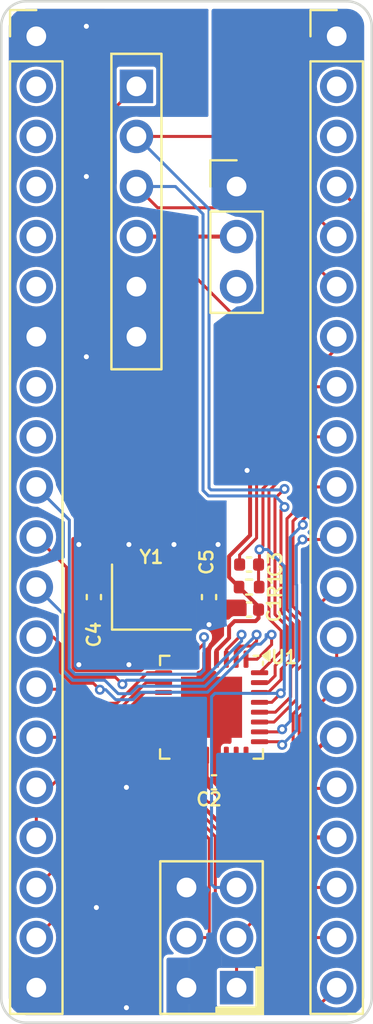
<source format=kicad_pcb>
(kicad_pcb (version 20240108) (generator "pcbnew") (generator_version "8.0")
  (layers (0 "F.Cu" signal) (31 "B.Cu" signal) (35 "F.Paste" user) (36 "B.SilkS" user "B.Silkscreen") (37 "F.SilkS" user "F.Silkscreen") (38 "B.Mask" user) (39 "F.Mask" user) (44 "Edge.Cuts" user))
  (net 0 "")
  (net 1 "GND")
  (net 2 "VCC")
  (net 3 "VSSA")
  (net 4 "OSC-")
  (net 5 "D7")
  (net 6 "D9")
  (net 7 "D10")
  (net 8 "D23")
  (net 9 "D5")
  (net 10 "D15")
  (net 11 "D24")
  (net 12 "OSC+")
  (net 13 "D6")
  (net 14 "D8")
  (net 15 "D16")
  (net 16 "VSS")
  (net 17 "D26")
  (net 18 "D25")
  (net 20 "RESET")
  (net 23 "MOSI")
  (net 24 "MISO")
  (net 25 "SCK")
  (net 26 "FTDI_TX")
  (net 27 "FTDI_RX")
  (net 28 "/FTDI_RESET")
  (net 29 "Net-(J4-Pin_4)")
  (net 31 "D17")
  (net 32 "D2")
  (net 33 "D19")
  (net 34 "D4")
  (net 35 "D14")
  (net 36 "D3")
  (net 37 "D18")
  (footprint "Capacitor_SMD:C_0402_1005Metric" (layer "F.Cu") (at 57.023 140.208 -90)
    (property "Reference" "C5" (at -1.778 0.129 90) (layer "F.SilkS") (effects (font (size 0.6604 0.6604) (thickness 0.127))))
    (property "Value" "22pf")
    (pad "1" smd roundrect (at -0.48 0 270) (size 0.56 0.62) (layers "F.Cu" "F.Paste" "F.Mask") (net 12 "OSC+"))
    (pad "2" smd roundrect (at 0.48 0 270) (size 0.56 0.62) (layers "F.Cu" "F.Paste" "F.Mask") (net 1 "GND"))
  )
  (footprint "Connector_PinHeader_2.54mm:PinHeader_1x20_P2.54mm_Vertical" (layer "F.Cu") (at 48.26 111.76)
    (property "Reference" "J1" (hide yes))
    (property "Value" "Conn_01x20_Pin")
    (pad "1" thru_hole rect (at 0 0) (size 1.7 1.7) (drill 1) (layers "*.Cu" "*.Mask") (net 1 "GND"))
    (pad "2" thru_hole oval (at 0 2.54) (size 1.7 1.7) (drill 1) (layers "*.Cu" "*.Mask"))
    (pad "3" thru_hole oval (at 0 5.08) (size 1.7 1.7) (drill 1) (layers "*.Cu" "*.Mask"))
    (pad "4" thru_hole oval (at 0 7.62) (size 1.7 1.7) (drill 1) (layers "*.Cu" "*.Mask"))
    (pad "5" thru_hole oval (at 0 10.16) (size 1.7 1.7) (drill 1) (layers "*.Cu" "*.Mask"))
    (pad "6" thru_hole oval (at 0 12.7) (size 1.7 1.7) (drill 1) (layers "*.Cu" "*.Mask"))
    (pad "7" thru_hole oval (at 0 15.24) (size 1.7 1.7) (drill 1) (layers "*.Cu" "*.Mask") (net 1 "GND"))
    (pad "8" thru_hole oval (at 0 17.78) (size 1.7 1.7) (drill 1) (layers "*.Cu" "*.Mask"))
    (pad "9" thru_hole oval (at 0 20.32) (size 1.7 1.7) (drill 1) (layers "*.Cu" "*.Mask"))
    (pad "10" thru_hole oval (at 0 22.86) (size 1.7 1.7) (drill 1) (layers "*.Cu" "*.Mask") (net 11 "D24"))
    (pad "11" thru_hole oval (at 0 25.4) (size 1.7 1.7) (drill 1) (layers "*.Cu" "*.Mask") (net 8 "D23"))
    (pad "12" thru_hole oval (at 0 27.94) (size 1.7 1.7) (drill 1) (layers "*.Cu" "*.Mask") (net 34 "D4"))
    (pad "13" thru_hole oval (at 0 30.48) (size 1.7 1.7) (drill 1) (layers "*.Cu" "*.Mask") (net 36 "D3"))
    (pad "14" thru_hole oval (at 0 33.02) (size 1.7 1.7) (drill 1) (layers "*.Cu" "*.Mask") (net 9 "D5"))
    (pad "15" thru_hole oval (at 0 35.56) (size 1.7 1.7) (drill 1) (layers "*.Cu" "*.Mask") (net 13 "D6"))
    (pad "16" thru_hole oval (at 0 38.1) (size 1.7 1.7) (drill 1) (layers "*.Cu" "*.Mask") (net 5 "D7"))
    (pad "17" thru_hole oval (at 0 40.64) (size 1.7 1.7) (drill 1) (layers "*.Cu" "*.Mask") (net 14 "D8"))
    (pad "18" thru_hole oval (at 0 43.18) (size 1.7 1.7) (drill 1) (layers "*.Cu" "*.Mask") (net 6 "D9"))
    (pad "19" thru_hole oval (at 0 45.72) (size 1.7 1.7) (drill 1) (layers "*.Cu" "*.Mask") (net 7 "D10"))
    (pad "20" thru_hole oval (at 0 48.26) (size 1.7 1.7) (drill 1) (layers "*.Cu" "*.Mask") (net 1 "GND"))
  )
  (footprint "Connector_PinHeader_2.54mm:PinHeader_1x03_P2.54mm_Vertical" (layer "F.Cu") (at 58.42 119.38)
    (property "Reference" "J5" (hide yes))
    (property "Value" "Conn_01x03_Pin")
    (pad "1" thru_hole rect (at 0 0) (size 1.7 1.7) (drill 1) (layers "*.Cu" "*.Mask") (net 2 "VCC"))
    (pad "2" thru_hole oval (at 0 2.54) (size 1.7 1.7) (drill 1) (layers "*.Cu" "*.Mask") (net 29 "Net-(J4-Pin_4)"))
    (pad "3" thru_hole oval (at 0 5.08) (size 1.7 1.7) (drill 1) (layers "*.Cu" "*.Mask"))
  )
  (footprint "Capacitor_SMD:C_0402_1005Metric" (layer "F.Cu") (at 51.181 140.208 90)
    (property "Reference" "C4" (at -1.905 0 270) (layer "F.SilkS") (effects (font (size 0.6604 0.6604) (thickness 0.127))))
    (property "Value" "22pf")
    (pad "1" smd roundrect (at -0.48 0 90) (size 0.56 0.62) (layers "F.Cu" "F.Paste" "F.Mask") (net 4 "OSC-"))
    (pad "2" smd roundrect (at 0.48 0 90) (size 0.56 0.62) (layers "F.Cu" "F.Paste" "F.Mask") (net 1 "GND"))
  )
  (footprint "Capacitor_SMD:C_0402_1005Metric" (layer "F.Cu") (at 59.055 140.843 180)
    (property "Reference" "C1" (at -1.27 0 270) (layer "F.SilkS") (effects (font (size 0.6604 0.6604) (thickness 0.127))))
    (property "Value" "100nF")
    (pad "1" smd roundrect (at -0.48 0 180) (size 0.56 0.62) (layers "F.Cu" "F.Paste" "F.Mask") (net 2 "VCC"))
    (pad "2" smd roundrect (at 0.48 0 180) (size 0.56 0.62) (layers "F.Cu" "F.Paste" "F.Mask") (net 1 "GND"))
  )
  (footprint "Crystal:Crystal_SMD_3225-4Pin_3.2x2.5mm" (layer "F.Cu") (at 54.102 140.208)
    (property "Reference" "Y1" (at 0 -2.032 360) (layer "F.SilkS") (effects (font (size 0.6604 0.6604) (thickness 0.127) (bold yes))))
    (property "Value" "16MHZ")
    (pad "1" smd rect (at -1.1 0.85) (size 1.4 1.2) (layers "F.Cu" "F.Paste" "F.Mask") (net 4 "OSC-"))
    (pad "2" smd rect (at 1.1 0.85) (size 1.4 1.2) (layers "F.Cu" "F.Paste" "F.Mask") (net 1 "GND"))
    (pad "3" smd rect (at 1.1 -0.85) (size 1.4 1.2) (layers "F.Cu" "F.Paste" "F.Mask") (net 12 "OSC+"))
    (pad "4" smd rect (at -1.1 -0.85) (size 1.4 1.2) (layers "F.Cu" "F.Paste" "F.Mask") (net 1 "GND"))
  )
  (footprint "Package_DFN_QFN:QFN-32-1EP_5x5mm_P0.5mm_EP3.1x3.1mm" (layer "F.Cu") (at 57.15 145.796 -90)
    (property "Reference" "U1" (at -2.54 -3.683 180) (layer "F.SilkS") (effects (font (size 0.6604 0.6604) (thickness 0.127))))
    (property "Value" "ATmega328PB-M" (hide yes))
    (pad "1" smd roundrect (at -2.4375 -1.75 270) (size 0.875 0.25) (layers "F.Cu" "F.Paste" "F.Mask") (net 36 "D3"))
    (pad "2" smd roundrect (at -2.4375 -1.25 270) (size 0.875 0.25) (layers "F.Cu" "F.Paste" "F.Mask") (net 34 "D4"))
    (pad "3" smd roundrect (at -2.4375 -0.75 270) (size 0.875 0.25) (layers "F.Cu" "F.Paste" "F.Mask") (net 8 "D23"))
    (pad "4" smd roundrect (at -2.4375 -0.25 270) (size 0.875 0.25) (layers "F.Cu" "F.Paste" "F.Mask") (net 2 "VCC"))
    (pad "5" smd roundrect (at -2.4375 0.25 270) (size 0.875 0.25) (layers "F.Cu" "F.Paste" "F.Mask") (net 1 "GND"))
    (pad "6" smd roundrect (at -2.4375 0.75 270) (size 0.875 0.25) (layers "F.Cu" "F.Paste" "F.Mask") (net 11 "D24"))
    (pad "7" smd roundrect (at -2.4375 1.25 270) (size 0.875 0.25) (layers "F.Cu" "F.Paste" "F.Mask") (net 12 "OSC+"))
    (pad "8" smd roundrect (at -2.4375 1.75 270) (size 0.875 0.25) (layers "F.Cu" "F.Paste" "F.Mask") (net 4 "OSC-"))
    (pad "9" smd roundrect (at -1.75 2.4375 270) (size 0.25 0.875) (layers "F.Cu" "F.Paste" "F.Mask") (net 9 "D5"))
    (pad "10" smd roundrect (at -1.25 2.4375 270) (size 0.25 0.875) (layers "F.Cu" "F.Paste" "F.Mask") (net 13 "D6"))
    (pad "11" smd roundrect (at -0.75 2.4375 270) (size 0.25 0.875) (layers "F.Cu" "F.Paste" "F.Mask") (net 5 "D7"))
    (pad "12" smd roundrect (at -0.25 2.4375 270) (size 0.25 0.875) (layers "F.Cu" "F.Paste" "F.Mask") (net 14 "D8"))
    (pad "13" smd roundrect (at 0.25 2.4375 270) (size 0.25 0.875) (layers "F.Cu" "F.Paste" "F.Mask") (net 6 "D9"))
    (pad "14" smd roundrect (at 0.75 2.4375 270) (size 0.25 0.875) (layers "F.Cu" "F.Paste" "F.Mask") (net 7 "D10"))
    (pad "15" smd roundrect (at 1.25 2.4375 270) (size 0.25 0.875) (layers "F.Cu" "F.Paste" "F.Mask") (net 23 "MOSI"))
    (pad "16" smd roundrect (at 1.75 2.4375 270) (size 0.25 0.875) (layers "F.Cu" "F.Paste" "F.Mask") (net 24 "MISO"))
    (pad "17" smd roundrect (at 2.4375 1.75 270) (size 0.875 0.25) (layers "F.Cu" "F.Paste" "F.Mask") (net 25 "SCK"))
    (pad "18" smd roundrect (at 2.4375 1.25 270) (size 0.875 0.25) (layers "F.Cu" "F.Paste" "F.Mask") (net 16 "VSS"))
    (pad "19" smd roundrect (at 2.4375 0.75 270) (size 0.875 0.25) (layers "F.Cu" "F.Paste" "F.Mask") (net 18 "D25"))
    (pad "20" smd roundrect (at 2.4375 0.25 270) (size 0.875 0.25) (layers "F.Cu" "F.Paste" "F.Mask") (net 3 "VSSA"))
    (pad "21" smd roundrect (at 2.4375 -0.25 270) (size 0.875 0.25) (layers "F.Cu" "F.Paste" "F.Mask") (net 1 "GND"))
    (pad "22" smd roundrect (at 2.4375 -0.75 270) (size 0.875 0.25) (layers "F.Cu" "F.Paste" "F.Mask") (net 17 "D26"))
    (pad "23" smd roundrect (at 2.4375 -1.25 270) (size 0.875 0.25) (layers "F.Cu" "F.Paste" "F.Mask") (net 35 "D14"))
    (pad "24" smd roundrect (at 2.4375 -1.75 270) (size 0.875 0.25) (layers "F.Cu" "F.Paste" "F.Mask") (net 10 "D15"))
    (pad "25" smd roundrect (at 1.75 -2.4375 270) (size 0.25 0.875) (layers "F.Cu" "F.Paste" "F.Mask") (net 15 "D16"))
    (pad "26" smd roundrect (at 1.25 -2.4375 270) (size 0.25 0.875) (layers "F.Cu" "F.Paste" "F.Mask") (net 31 "D17"))
    (pad "27" smd roundrect (at 0.75 -2.4375 270) (size 0.25 0.875) (layers "F.Cu" "F.Paste" "F.Mask") (net 37 "D18"))
    (pad "28" smd roundrect (at 0.25 -2.4375 270) (size 0.25 0.875) (layers "F.Cu" "F.Paste" "F.Mask") (net 33 "D19"))
    (pad "29" smd roundrect (at -0.25 -2.4375 270) (size 0.25 0.875) (layers "F.Cu" "F.Paste" "F.Mask") (net 20 "RESET"))
    (pad "30" smd roundrect (at -0.75 -2.4375 270) (size 0.25 0.875) (layers "F.Cu" "F.Paste" "F.Mask") (net 27 "FTDI_RX"))
    (pad "31" smd roundrect (at -1.25 -2.4375 270) (size 0.25 0.875) (layers "F.Cu" "F.Paste" "F.Mask") (net 26 "FTDI_TX"))
    (pad "32" smd roundrect (at -1.75 -2.4375 270) (size 0.25 0.875) (layers "F.Cu" "F.Paste" "F.Mask") (net 32 "D2"))
    (pad "33" smd rect (at 0 0 270) (size 3.1 3.1) (property pad_prop_heatsink) (layers "F.Cu" "F.Mask") (net 1 "GND"))
  )
  (footprint "Connector_PinHeader_2.54mm:PinHeader_1x20_P2.54mm_Vertical" (layer "F.Cu") (at 63.5 111.76)
    (property "Reference" "J2" (hide yes))
    (property "Value" "Conn_01x20_Pin")
    (pad "1" thru_hole rect (at 0 0) (size 1.7 1.7) (drill 1) (layers "*.Cu" "*.Mask") (net 2 "VCC"))
    (pad "2" thru_hole oval (at 0 2.54) (size 1.7 1.7) (drill 1) (layers "*.Cu" "*.Mask"))
    (pad "3" thru_hole oval (at 0 5.08) (size 1.7 1.7) (drill 1) (layers "*.Cu" "*.Mask"))
    (pad "4" thru_hole oval (at 0 7.62) (size 1.7 1.7) (drill 1) (layers "*.Cu" "*.Mask") (net 32 "D2"))
    (pad "5" thru_hole oval (at 0 10.16) (size 1.7 1.7) (drill 1) (layers "*.Cu" "*.Mask") (net 26 "FTDI_TX"))
    (pad "6" thru_hole oval (at 0 12.7) (size 1.7 1.7) (drill 1) (layers "*.Cu" "*.Mask") (net 27 "FTDI_RX"))
    (pad "7" thru_hole oval (at 0 15.24) (size 1.7 1.7) (drill 1) (layers "*.Cu" "*.Mask") (net 20 "RESET"))
    (pad "8" thru_hole oval (at 0 17.78) (size 1.7 1.7) (drill 1) (layers "*.Cu" "*.Mask") (net 33 "D19"))
    (pad "9" thru_hole oval (at 0 20.32) (size 1.7 1.7) (drill 1) (layers "*.Cu" "*.Mask") (net 37 "D18"))
    (pad "10" thru_hole oval (at 0 22.86) (size 1.7 1.7) (drill 1) (layers "*.Cu" "*.Mask") (net 31 "D17"))
    (pad "11" thru_hole oval (at 0 25.4) (size 1.7 1.7) (drill 1) (layers "*.Cu" "*.Mask") (net 15 "D16"))
    (pad "12" thru_hole oval (at 0 27.94) (size 1.7 1.7) (drill 1) (layers "*.Cu" "*.Mask") (net 10 "D15"))
    (pad "13" thru_hole oval (at 0 30.48) (size 1.7 1.7) (drill 1) (layers "*.Cu" "*.Mask") (net 35 "D14"))
    (pad "14" thru_hole oval (at 0 33.02) (size 1.7 1.7) (drill 1) (layers "*.Cu" "*.Mask") (net 17 "D26"))
    (pad "15" thru_hole oval (at 0 35.56) (size 1.7 1.7) (drill 1) (layers "*.Cu" "*.Mask") (net 3 "VSSA"))
    (pad "16" thru_hole oval (at 0 38.1) (size 1.7 1.7) (drill 1) (layers "*.Cu" "*.Mask") (net 18 "D25"))
    (pad "17" thru_hole oval (at 0 40.64) (size 1.7 1.7) (drill 1) (layers "*.Cu" "*.Mask") (net 16 "VSS"))
    (pad "18" thru_hole oval (at 0 43.18) (size 1.7 1.7) (drill 1) (layers "*.Cu" "*.Mask") (net 25 "SCK"))
    (pad "19" thru_hole oval (at 0 45.72) (size 1.7 1.7) (drill 1) (layers "*.Cu" "*.Mask") (net 24 "MISO"))
    (pad "20" thru_hole oval (at 0 48.26) (size 1.7 1.7) (drill 1) (layers "*.Cu" "*.Mask") (net 23 "MOSI"))
  )
  (footprint "Capacitor_SMD:C_0402_1005Metric" (layer "F.Cu") (at 59.055 138.557 180)
    (property "Reference" "C3" (at -1.3208 0 90) (layer "F.SilkS") (effects (font (size 0.6604 0.6604) (thickness 0.127))))
    (property "Value" "100nF")
    (pad "1" smd roundrect (at -0.48 0 180) (size 0.56 0.62) (layers "F.Cu" "F.Paste" "F.Mask") (net 20 "RESET"))
    (pad "2" smd roundrect (at 0.48 0 180) (size 0.56 0.62) (layers "F.Cu" "F.Paste" "F.Mask") (net 28 "/FTDI_RESET"))
  )
  (footprint "jsdev:PinSocket_1x06_P2.54mm_Vertical_Box" (layer "F.Cu") (at 53.34 114.3)
    (property "Reference" "J4" (hide yes))
    (property "Value" "Socket 1x6 0.1\"")
    (pad "1" thru_hole rect (at 0 0) (size 1.7 1.7) (drill 1) (layers "*.Cu" "*.Mask") (net 28 "/FTDI_RESET"))
    (pad "2" thru_hole oval (at 0 2.54) (size 1.7 1.7) (drill 1) (layers "*.Cu" "*.Mask") (net 26 "FTDI_TX"))
    (pad "3" thru_hole oval (at 0 5.08) (size 1.7 1.7) (drill 1) (layers "*.Cu" "*.Mask") (net 27 "FTDI_RX"))
    (pad "4" thru_hole oval (at 0 7.62) (size 1.7 1.7) (drill 1) (layers "*.Cu" "*.Mask") (net 29 "Net-(J4-Pin_4)"))
    (pad "5" thru_hole oval (at 0 10.16) (size 1.7 1.7) (drill 1) (layers "*.Cu" "*.Mask") (net 1 "GND"))
    (pad "6" thru_hole oval (at 0 12.7) (size 1.7 1.7) (drill 1) (layers "*.Cu" "*.Mask") (net 1 "GND"))
  )
  (footprint "jsdev:PinHeader_ISP_POGO" (layer "F.Cu") (at 58.42 160.02 180)
    (property "Reference" "J3" (hide yes))
    (property "Value" "AVRISP-6" (hide yes))
    (pad "1" thru_hole rect (at 0 0 180) (size 1.7 1.7) (drill 1) (layers "*.Cu" "*.Mask") (net 24 "MISO"))
    (pad "2" thru_hole oval (at 2.54 0 180) (size 1.7 1.7) (drill 1) (layers "*.Cu" "*.Mask") (net 2 "VCC"))
    (pad "3" thru_hole oval (at 0 2.54 180) (size 1.7 1.7) (drill 1) (layers "*.Cu" "*.Mask") (net 25 "SCK"))
    (pad "4" thru_hole oval (at 2.54 2.54 180) (size 1.7 1.7) (drill 1) (layers "*.Cu" "*.Mask") (net 23 "MOSI"))
    (pad "5" thru_hole oval (at 0 5.08 180) (size 1.7 1.7) (drill 1) (layers "*.Cu" "*.Mask") (net 20 "RESET"))
    (pad "6" thru_hole oval (at 2.54 5.08 180) (size 1.7 1.7) (drill 1) (layers "*.Cu" "*.Mask") (net 1 "GND"))
  )
  (footprint "Capacitor_SMD:C_0402_1005Metric" (layer "F.Cu") (at 57.275 149.606)
    (property "Reference" "C2" (at -0.252 0.8636 360) (layer "F.SilkS") (effects (font (size 0.6604 0.6604) (thickness 0.127))))
    (property "Value" "100nF")
    (pad "1" smd roundrect (at -0.48 0) (size 0.56 0.62) (layers "F.Cu" "F.Paste" "F.Mask") (net 3 "VSSA"))
    (pad "2" smd roundrect (at 0.48 0) (size 0.56 0.62) (layers "F.Cu" "F.Paste" "F.Mask") (net 1 "GND"))
  )
  (footprint "Resistor_SMD:R_0402_1005Metric" (layer "F.Cu") (at 59.055 139.7)
    (property "Reference" "R1" (at 1.3208 -0.0762 -90) (layer "F.SilkS") (effects (font (size 0.6604 0.6604) (thickness 0.127))))
    (property "Value" "10K")
    (pad "1" smd roundrect (at -0.51 0) (size 0.54 0.64) (layers "F.Cu" "F.Paste" "F.Mask") (net 2 "VCC"))
    (pad "2" smd roundrect (at 0.51 0) (size 0.54 0.64) (layers "F.Cu" "F.Paste" "F.Mask") (net 20 "RESET"))
  )
  (gr_arc (start 46.482 111.252) (mid 46.853974 110.353974) (end 47.752 109.982) (stroke (width 0.127)) (layer "Edge.Cuts"))
  (gr_arc (start 47.752 161.798) (mid 46.853974 161.426026) (end 46.482 160.528) (stroke (width 0.127)) (layer "Edge.Cuts"))
  (gr_line (start 46.482 160.528) (end 46.482 111.252) (stroke (width 0.127)) (layer "Edge.Cuts"))
  (gr_line (start 64.008 161.798) (end 47.752 161.798) (stroke (width 0.127)) (layer "Edge.Cuts"))
  (gr_line (start 65.278 111.252) (end 65.278 160.528) (stroke (width 0.127)) (layer "Edge.Cuts"))
  (gr_arc (start 64.008 109.982) (mid 64.906026 110.353974) (end 65.278 111.252) (stroke (width 0.127)) (layer "Edge.Cuts"))
  (gr_arc (start 65.278 160.528) (mid 64.906026 161.426026) (end 64.008 161.798) (stroke (width 0.127)) (layer "Edge.Cuts"))
  (gr_line (start 47.752 109.982) (end 64.008 109.982) (stroke (width 0.127)) (layer "Edge.Cuts"))
  (segment (start 57.277 141.859) (end 57.023 141.605) (width 0.2032) (layer "F.Cu") (net 1))
  (segment (start 57.277 142.528616) (end 57.277 141.859) (width 0.2032) (layer "F.Cu") (net 1))
  (segment (start 56.9 143.3585) (end 56.9 142.905616) (width 0.2032) (layer "F.Cu") (net 1))
  (segment (start 57.15 145.796) (end 57.4 146.046) (width 0.2032) (layer "F.Cu") (net 1))
  (segment (start 52.959 137.668) (end 52.959 137.541) (width 0.2032) (layer "F.Cu") (net 1))
  (segment (start 56.9 143.3585) (end 56.9 145.546) (width 0.2032) (layer "F.Cu") (net 1))
  (segment (start 56.9 145.546) (end 57.15 145.796) (width 0.2032) (layer "F.Cu") (net 1))
  (segment (start 57.4 146.046) (end 57.4 148.2335) (width 0.2032) (layer "F.Cu") (net 1))
  (segment (start 56.9 142.905616) (end 57.277 142.528616) (width 0.2032) (layer "F.Cu") (net 1))
  (via (at 50.419 137.541) (size 0.508) (drill 0.254) (layers "F.Cu" "B.Cu") (net 1))
  (via (at 50.8 128.016) (size 0.508) (drill 0.254) (layers "F.Cu" "B.Cu") (net 1))
  (via (at 55.245 137.541) (size 0.508) (drill 0.254) (layers "F.Cu" "B.Cu") (net 1))
  (via (at 52.832 161.036) (size 0.508) (drill 0.254) (layers "F.Cu" "B.Cu") (net 1))
  (via (at 50.8 111.252) (size 0.508) (drill 0.254) (layers "F.Cu" "B.Cu") (net 1))
  (via (at 50.419 143.637) (size 0.508) (drill 0.254) (layers "F.Cu" "B.Cu") (net 1))
  (via (at 50.8 118.872) (size 0.508) (drill 0.254) (layers "F.Cu" "B.Cu") (net 1))
  (via (at 57.023 141.605) (size 0.508) (drill 0.254) (layers "F.Cu" "B.Cu") (net 1))
  (via (at 51.308 155.956) (size 0.508) (drill 0.254) (layers "F.Cu" "B.Cu") (net 1))
  (via (at 52.959 137.541) (size 0.508) (drill 0.254) (layers "F.Cu" "B.Cu") (net 1))
  (via (at 57.4802 137.541) (size 0.508) (drill 0.254) (layers "F.Cu" "B.Cu") (net 1))
  (via (at 52.959 143.637) (size 0.508) (drill 0.254) (layers "F.Cu" "B.Cu") (net 1))
  (via (at 52.832 149.86) (size 0.508) (drill 0.254) (layers "F.Cu" "B.Cu") (net 1))
  (segment (start 57.4 142.920026) (end 58.039 142.281026) (width 0.2032) (layer "F.Cu") (net 2))
  (segment (start 59.535 141.2774) (end 59.535 140.843) (width 0.2032) (layer "F.Cu") (net 2))
  (segment (start 58.3184 141.4272) (end 59.3852 141.4272) (width 0.2032) (layer "F.Cu") (net 2))
  (segment (start 59.1058 137.074026) (end 58.039 138.140826) (width 0.2032) (layer "F.Cu") (net 2))
  (segment (start 59.3852 141.4272) (end 59.535 141.2774) (width 0.2032) (layer "F.Cu") (net 2))
  (segment (start 59.535 140.69) (end 58.545 139.7) (width 0.2032) (layer "F.Cu") (net 2))
  (segment (start 58.039 141.7066) (end 58.3184 141.4272) (width 0.2032) (layer "F.Cu") (net 2))
  (segment (start 57.4 143.3585) (end 57.4 142.920026) (width 0.2032) (layer "F.Cu") (net 2))
  (segment (start 59.1058 133.9342) (end 59.1058 137.074026) (width 0.2032) (layer "F.Cu") (net 2))
  (segment (start 58.9534 133.7818) (end 59.1058 133.9342) (width 0.2032) (layer "F.Cu") (net 2))
  (segment (start 59.535 140.843) (end 59.535 140.69) (width 0.2032) (layer "F.Cu") (net 2))
  (segment (start 58.039 142.281026) (end 58.039 141.7066) (width 0.2032) (layer "F.Cu") (net 2))
  (segment (start 58.039 139.194) (end 58.545 139.7) (width 0.2032) (layer "F.Cu") (net 2))
  (segment (start 58.039 138.140826) (end 58.039 139.194) (width 0.2032) (layer "F.Cu") (net 2))
  (via (at 58.9534 133.7818) (size 0.508) (drill 0.254) (layers "F.Cu" "B.Cu") (net 2))
  (segment (start 56.9 149.501) (end 56.795 149.606) (width 0.2032) (layer "F.Cu") (net 3))
  (segment (start 58.7502 149.5806) (end 60.866678 149.5806) (width 0.2032) (layer "F.Cu") (net 3))
  (segment (start 56.9 148.2335) (end 56.9 149.501) (width 0.2032) (layer "F.Cu") (net 3))
  (segment (start 56.795 149.606) (end 57.4808 150.2918) (width 0.2032) (layer "F.Cu") (net 3))
  (segment (start 58.039 150.2918) (end 58.7502 149.5806) (width 0.2032) (layer "F.Cu") (net 3))
  (segment (start 60.866678 149.5806) (end 63.127278 147.32) (width 0.2032) (layer "F.Cu") (net 3))
  (segment (start 57.4808 150.2918) (end 58.039 150.2918) (width 0.2032) (layer "F.Cu") (net 3))
  (segment (start 63.127278 147.32) (end 63.5 147.32) (width 0.2032) (layer "F.Cu") (net 3))
  (segment (start 55.2958 142.4178) (end 53.1114 142.4178) (width 0.2032) (layer "F.Cu") (net 4))
  (segment (start 55.4 142.522) (end 55.2958 142.4178) (width 0.2032) (layer "F.Cu") (net 4))
  (segment (start 53.1114 142.4178) (end 53.002 142.3084) (width 0.2032) (layer "F.Cu") (net 4))
  (segment (start 53.002 141.058) (end 51.551 141.058) (width 0.2032) (layer "F.Cu") (net 4))
  (segment (start 55.4 143.3585) (end 55.4 142.522) (width 0.2032) (layer "F.Cu") (net 4))
  (segment (start 51.551 141.058) (end 51.181 140.688) (width 0.2032) (layer "F.Cu") (net 4))
  (segment (start 53.002 142.3084) (end 53.002 141.058) (width 0.2032) (layer "F.Cu") (net 4))
  (segment (start 53.758304 145.046) (end 54.7125 145.046) (width 0.1524) (layer "F.Cu") (net 5))
  (segment (start 48.944304 149.86) (end 53.758304 145.046) (width 0.1524) (layer "F.Cu") (net 5))
  (segment (start 48.26 149.86) (end 48.944304 149.86) (width 0.1524) (layer "F.Cu") (net 5))
  (segment (start 53.620408 146.046) (end 49.6434 150.023008) (width 0.1524) (layer "F.Cu") (net 6))
  (segment (start 49.3386 150.737823) (end 49.3386 153.8614) (width 0.1524) (layer "F.Cu") (net 6))
  (segment (start 49.6434 150.433023) (end 49.3386 150.737823) (width 0.1524) (layer "F.Cu") (net 6))
  (segment (start 49.6434 150.023008) (end 49.6434 150.433023) (width 0.1524) (layer "F.Cu") (net 6))
  (segment (start 54.7125 146.046) (end 53.620408 146.046) (width 0.1524) (layer "F.Cu") (net 6))
  (segment (start 49.3386 153.8614) (end 48.26 154.94) (width 0.1524) (layer "F.Cu") (net 6))
  (segment (start 49.9482 150.14926) (end 53.55146 146.546) (width 0.1524) (layer "F.Cu") (net 7))
  (segment (start 49.6434 156.0966) (end 49.6434 150.864075) (width 0.1524) (layer "F.Cu") (net 7))
  (segment (start 53.55146 146.546) (end 54.7125 146.546) (width 0.1524) (layer "F.Cu") (net 7))
  (segment (start 49.9482 150.559275) (end 49.9482 150.14926) (width 0.1524) (layer "F.Cu") (net 7))
  (segment (start 49.6434 150.864075) (end 49.9482 150.559275) (width 0.1524) (layer "F.Cu") (net 7))
  (segment (start 48.26 157.48) (end 49.6434 156.0966) (width 0.1524) (layer "F.Cu") (net 7))
  (segment (start 52.2732 144.272) (end 50.165 144.272) (width 0.1524) (layer "F.Cu") (net 8))
  (segment (start 57.9 142.887) (end 58.674 142.113) (width 0.1524) (layer "F.Cu") (net 8))
  (segment (start 52.6288 144.6276) (end 52.2732 144.272) (width 0.1524) (layer "F.Cu") (net 8))
  (segment (start 50.165 144.272) (end 49.784 143.891) (width 0.1524) (layer "F.Cu") (net 8))
  (segment (start 49.784 138.684) (end 48.26 137.16) (width 0.1524) (layer "F.Cu") (net 8))
  (segment (start 49.784 143.891) (end 49.784 138.684) (width 0.1524) (layer "F.Cu") (net 8))
  (segment (start 57.9 143.3585) (end 57.9 142.887) (width 0.1524) (layer "F.Cu") (net 8))
  (via (at 52.6288 144.6276) (size 0.508) (drill 0.254) (layers "F.Cu" "B.Cu") (net 8))
  (via (at 58.674 142.113) (size 0.508) (drill 0.254) (layers "F.Cu" "B.Cu") (net 8))
  (segment (start 58.674 142.443948) (end 58.674 142.113) (width 0.1524) (layer "B.Cu") (net 8))
  (segment (start 52.6288 144.6276) (end 52.832 144.4244) (width 0.1524) (layer "B.Cu") (net 8))
  (segment (start 52.832 144.4244) (end 56.693548 144.4244) (width 0.1524) (layer "B.Cu") (net 8))
  (segment (start 56.693548 144.4244) (end 58.674 142.443948) (width 0.1524) (layer "B.Cu") (net 8))
  (segment (start 54.7125 144.046) (end 53.8962 144.046) (width 0.1524) (layer "F.Cu") (net 9))
  (segment (start 51.2318 145.5928) (end 50.5206 144.8816) (width 0.1524) (layer "F.Cu") (net 9))
  (segment (start 50.5206 144.8816) (end 48.3616 144.8816) (width 0.1524) (layer "F.Cu") (net 9))
  (segment (start 48.3616 144.8816) (end 48.26 144.78) (width 0.1524) (layer "F.Cu") (net 9))
  (segment (start 52.3494 145.5928) (end 51.2318 145.5928) (width 0.1524) (layer "F.Cu") (net 9))
  (segment (start 53.8962 144.046) (end 52.3494 145.5928) (width 0.1524) (layer "F.Cu") (net 9))
  (segment (start 58.9 148.2335) (end 60.8847 148.2335) (width 0.1524) (layer "F.Cu") (net 10))
  (segment (start 61.2902 146.127696) (end 62.1166 145.301296) (width 0.1524) (layer "F.Cu") (net 10))
  (segment (start 60.8847 148.2335) (end 61.2902 147.828) (width 0.1524) (layer "F.Cu") (net 10))
  (segment (start 62.1166 145.301296) (end 62.1166 144.206977) (width 0.1524) (layer "F.Cu") (net 10))
  (segment (start 62.4078 140.7922) (end 63.5 139.7) (width 0.1524) (layer "F.Cu") (net 10))
  (segment (start 61.2902 147.828) (end 61.2902 146.127696) (width 0.1524) (layer "F.Cu") (net 10))
  (segment (start 62.4078 143.915777) (end 62.4078 140.7922) (width 0.1524) (layer "F.Cu") (net 10))
  (segment (start 62.1166 144.206977) (end 62.4078 143.915777) (width 0.1524) (layer "F.Cu") (net 10))
  (segment (start 56.4 142.938644) (end 56.769 142.569643) (width 0.1524) (layer "F.Cu") (net 11))
  (segment (start 56.4 143.3585) (end 56.4 142.938644) (width 0.1524) (layer "F.Cu") (net 11))
  (segment (start 56.769 142.569643) (end 56.769 142.24) (width 0.1524) (layer "F.Cu") (net 11))
  (via (at 56.769 142.24) (size 0.508) (drill 0.254) (layers "F.Cu" "B.Cu") (net 11))
  (segment (start 56.769 142.24) (end 56.769 143.917896) (width 0.1524) (layer "B.Cu") (net 11))
  (segment (start 50.2191 144.1196) (end 49.9364 143.8369) (width 0.1524) (layer "B.Cu") (net 11))
  (segment (start 56.567296 144.1196) (end 50.2191 144.1196) (width 0.1524) (layer "B.Cu") (net 11))
  (segment (start 49.9364 136.2964) (end 48.26 134.62) (width 0.1524) (layer "B.Cu") (net 11))
  (segment (start 49.9364 143.8369) (end 49.9364 136.2964) (width 0.1524) (layer "B.Cu") (net 11))
  (segment (start 56.769 143.917896) (end 56.567296 144.1196) (width 0.1524) (layer "B.Cu") (net 11))
  (segment (start 56.653 139.358) (end 57.023 139.728) (width 0.2032) (layer "F.Cu") (net 12))
  (segment (start 55.202 139.358) (end 56.653 139.358) (width 0.2032) (layer "F.Cu") (net 12))
  (segment (start 56.261 142.61067) (end 56.261 140.417) (width 0.2032) (layer "F.Cu") (net 12))
  (segment (start 56.261 140.417) (end 55.202 139.358) (width 0.2032) (layer "F.Cu") (net 12))
  (segment (start 55.9 142.97167) (end 56.261 142.61067) (width 0.2032) (layer "F.Cu") (net 12))
  (segment (start 55.9 143.3585) (end 55.9 142.97167) (width 0.2032) (layer "F.Cu") (net 12))
  (segment (start 48.26 147.32) (end 51.053252 147.32) (width 0.1524) (layer "F.Cu") (net 13))
  (segment (start 51.053252 147.32) (end 53.827252 144.546) (width 0.1524) (layer "F.Cu") (net 13))
  (segment (start 53.827252 144.546) (end 54.7125 144.546) (width 0.1524) (layer "F.Cu") (net 13))
  (segment (start 54.7125 145.546) (end 53.689356 145.546) (width 0.1524) (layer "F.Cu") (net 14))
  (segment (start 49.3386 150.306771) (end 48.26 151.385372) (width 0.1524) (layer "F.Cu") (net 14))
  (segment (start 49.3386 149.896756) (end 49.3386 150.306771) (width 0.1524) (layer "F.Cu") (net 14))
  (segment (start 48.26 151.385372) (end 48.26 152.4) (width 0.1524) (layer "F.Cu") (net 14))
  (segment (start 53.689356 145.546) (end 49.3386 149.896756) (width 0.1524) (layer "F.Cu") (net 14))
  (segment (start 61.7654 137.287) (end 63.373 137.287) (width 0.1524) (layer "F.Cu") (net 15))
  (segment (start 60.5764 147.546) (end 60.73305 147.70265) (width 0.1524) (layer "F.Cu") (net 15))
  (segment (start 63.373 137.287) (end 63.5 137.16) (width 0.1524) (layer "F.Cu") (net 15))
  (segment (start 59.5875 147.546) (end 60.5764 147.546) (width 0.1524) (layer "F.Cu") (net 15))
  (via (at 60.73305 147.70265) (size 0.508) (drill 0.254) (layers "F.Cu" "B.Cu") (net 15))
  (via (at 61.7654 137.287) (size 0.508) (drill 0.254) (layers "F.Cu" "B.Cu") (net 15))
  (segment (start 61.44935 139.573) (end 61.468 139.59165) (width 0.1524) (layer "B.Cu") (net 15))
  (segment (start 61.468 139.59165) (end 61.468 146.9677) (width 0.1524) (layer "B.Cu") (net 15))
  (segment (start 61.7654 137.287) (end 61.44935 137.60305) (width 0.1524) (layer "B.Cu") (net 15))
  (segment (start 61.468 146.9677) (end 60.73305 147.70265) (width 0.1524) (layer "B.Cu") (net 15))
  (segment (start 61.44935 137.60305) (end 61.44935 139.573) (width 0.1524) (layer "B.Cu") (net 15))
  (segment (start 58.286866 152.4) (end 63.5 152.4) (width 0.2032) (layer "F.Cu") (net 16))
  (segment (start 55.9 148.2335) (end 55.9 150.013134) (width 0.2032) (layer "F.Cu") (net 16))
  (segment (start 55.9 150.013134) (end 58.286866 152.4) (width 0.2032) (layer "F.Cu") (net 16))
  (segment (start 63.5 144.78) (end 61.8998 146.3802) (width 0.1524) (layer "F.Cu") (net 17))
  (segment (start 61.8998 148.080504) (end 60.729904 149.2504) (width 0.1524) (layer "F.Cu") (net 17))
  (segment (start 60.729904 149.2504) (end 58.2422 149.2504) (width 0.1524) (layer "F.Cu") (net 17))
  (segment (start 58.2422 149.2504) (end 57.9 148.9082) (width 0.1524) (layer "F.Cu") (net 17))
  (segment (start 57.9 148.9082) (end 57.9 148.2335) (width 0.1524) (layer "F.Cu") (net 17))
  (segment (start 61.8998 146.3802) (end 61.8998 148.080504) (width 0.1524) (layer "F.Cu") (net 17))
  (segment (start 58.175774 150.622) (end 58.886974 149.9108) (width 0.1524) (layer "F.Cu") (net 18))
  (segment (start 56.4 149.1622) (end 56.275001 149.287199) (width 0.1524) (layer "F.Cu") (net 18))
  (segment (start 56.275001 149.921161) (end 56.97584 150.622) (width 0.1524) (layer "F.Cu") (net 18))
  (segment (start 58.886974 149.9108) (end 63.4492 149.9108) (width 0.1524) (layer "F.Cu") (net 18))
  (segment (start 56.97584 150.622) (end 58.175774 150.622) (width 0.1524) (layer "F.Cu") (net 18))
  (segment (start 63.4492 149.9108) (end 63.5 149.86) (width 0.1524) (layer "F.Cu") (net 18))
  (segment (start 56.4 148.2335) (end 56.4 149.1622) (width 0.1524) (layer "F.Cu") (net 18))
  (segment (start 56.275001 149.287199) (end 56.275001 149.921161) (width 0.1524) (layer "F.Cu") (net 18))
  (segment (start 59.581 137.795) (end 59.7588 137.6172) (width 0.1524) (layer "F.Cu") (net 20))
  (segment (start 59.535 139.67) (end 59.565 139.7) (width 0.1524) (layer "F.Cu") (net 20))
  (segment (start 59.5875 145.546) (end 60.2075 145.546) (width 0.1524) (layer "F.Cu") (net 20))
  (segment (start 60.724 133.735048) (end 60.724 130.359578) (width 0.1524) (layer "F.Cu") (net 20))
  (segment (start 59.581 138.511) (end 59.535 138.557) (width 0.1524) (layer "F.Cu") (net 20))
  (segment (start 59.535 138.557) (end 59.535 139.67) (width 0.1524) (layer "F.Cu") (net 20))
  (segment (start 60.724 130.359578) (end 63.5 127.583578) (width 0.1524) (layer "F.Cu") (net 20))
  (segment (start 59.7588 137.6172) (end 59.7588 134.700248) (width 0.1524) (layer "F.Cu") (net 20))
  (segment (start 63.5 127.583578) (end 63.5 127) (width 0.1524) (layer "F.Cu") (net 20))
  (segment (start 59.7588 134.700248) (end 60.724 133.735048) (width 0.1524) (layer "F.Cu") (net 20))
  (segment (start 60.2075 145.546) (end 60.66195 145.09155) (width 0.1524) (layer "F.Cu") (net 20))
  (segment (start 59.581 137.795) (end 59.581 138.511) (width 0.1524) (layer "F.Cu") (net 20))
  (via (at 60.66195 145.09155) (size 0.508) (drill 0.254) (layers "F.Cu" "B.Cu") (net 20))
  (via (at 59.581 137.795) (size 0.508) (drill 0.254) (layers "F.Cu" "B.Cu") (net 20))
  (segment (start 57.3024 154.94) (end 58.42 154.94) (width 0.1524) (layer "B.Cu") (net 20))
  (segment (start 59.9948 137.795) (end 60.83975 138.63995) (width 0.1524) (layer "B.Cu") (net 20))
  (segment (start 60.66195 145.09155) (end 57.319554 145.09155) (width 0.1524) (layer "B.Cu") (net 20))
  (segment (start 57.319554 145.09155) (end 57.15 145.261104) (width 0.1524) (layer "B.Cu") (net 20))
  (segment (start 57.15 154.7876) (end 57.3024 154.94) (width 0.1524) (layer "B.Cu") (net 20))
  (segment (start 59.581 137.795) (end 59.9948 137.795) (width 0.1524) (layer "B.Cu") (net 20))
  (segment (start 60.83975 144.91375) (end 60.66195 145.09155) (width 0.1524) (layer "B.Cu") (net 20))
  (segment (start 57.15 145.261104) (end 57.15 154.7876) (width 0.1524) (layer "B.Cu") (net 20))
  (segment (start 60.83975 138.63995) (end 60.83975 144.91375) (width 0.1524) (layer "B.Cu") (net 20))
  (segment (start 54.4077 148.1845) (end 54.4077 149.849912) (width 0.1524) (layer "F.Cu") (net 23))
  (segment (start 55.8292 157.099) (end 55.88 157.1498) (width 0.1524) (layer "F.Cu") (net 23))
  (segment (start 57.2516 161.0986) (end 57.0366 160.8836) (width 0.1524) (layer "F.Cu") (net 23))
  (segment (start 54.7125 147.046) (end 54.1782 147.046) (width 0.1524) (layer "F.Cu") (net 23))
  (segment (start 56.9604 157.48) (end 57.0366 157.4038) (width 0.1524) (layer "F.Cu") (net 23))
  (segment (start 55.88 157.48) (end 56.9604 157.48) (width 0.1524) (layer "F.Cu") (net 23))
  (segment (start 63.5 160.02) (end 62.4214 161.0986) (width 0.1524) (layer "F.Cu") (net 23))
  (segment (start 54.1782 147.046) (end 53.9496 147.2746) (width 0.1524) (layer "F.Cu") (net 23))
  (segment (start 53.9496 147.7264) (end 54.4077 148.1845) (width 0.1524) (layer "F.Cu") (net 23))
  (segment (start 62.4214 161.0986) (end 57.2516 161.0986) (width 0.1524) (layer "F.Cu") (net 23))
  (segment (start 53.9496 147.2746) (end 53.9496 147.7264) (width 0.1524) (layer "F.Cu") (net 23))
  (segment (start 57.0366 160.8836) (end 57.0366 157.4038) (width 0.1524) (layer "F.Cu") (net 23))
  (segment (start 54.4077 149.849912) (end 57.0366 152.478812) (width 0.1524) (layer "F.Cu") (net 23))
  (segment (start 57.0366 152.478812) (end 57.0366 157.4038) (width 0.1524) (layer "F.Cu") (net 23))
  (segment (start 58.9162 158.5586) (end 58.42 158.5586) (width 0.1524) (layer "F.Cu") (net 24))
  (segment (start 59.9948 157.48) (end 58.9162 158.5586) (width 0.1524) (layer "F.Cu") (net 24))
  (segment (start 58.42 160.02) (end 58.42 158.5586) (width 0.1524) (layer "F.Cu") (net 24))
  (segment (start 57.3414 157.9372) (end 57.9628 158.5586) (width 0.1524) (layer "F.Cu") (net 24))
  (segment (start 57.9628 158.5586) (end 58.42 158.5586) (width 0.1524) (layer "F.Cu") (net 24))
  (segment (start 57.3414 152.35256) (end 57.3414 157.9372) (width 0.1524) (layer "F.Cu") (net 24))
  (segment (start 63.5 157.48) (end 59.9948 157.48) (width 0.1524) (layer "F.Cu") (net 24))
  (segment (start 54.7125 147.546) (end 54.7125 149.72366) (width 0.1524) (layer "F.Cu") (net 24))
  (segment (start 54.7125 149.72366) (end 57.3414 152.35256) (width 0.1524) (layer "F.Cu") (net 24))
  (segment (start 55.4 149.980108) (end 59.5122 154.092308) (width 0.1524) (layer "F.Cu") (net 25))
  (segment (start 63.5 154.94) (end 59.5376 154.94) (width 0.1524) (layer "F.Cu") (net 25))
  (segment (start 59.5376 154.94) (end 59.5122 154.9146) (width 0.1524) (layer "F.Cu") (net 25))
  (segment (start 58.42 157.48) (end 59.5122 156.3878) (width 0.1524) (layer "F.Cu") (net 25))
  (segment (start 59.5122 154.092308) (end 59.5122 154.9146) (width 0.1524) (layer "F.Cu") (net 25))
  (segment (start 59.5122 156.3878) (end 59.5122 154.9146) (width 0.1524) (layer "F.Cu") (net 25))
  (segment (start 55.4 148.2335) (end 55.4 149.980108) (width 0.1524) (layer "F.Cu") (net 25))
  (segment (start 60.3684 135.2042) (end 60.3684 141.064948) (width 0.1524) (layer "F.Cu") (net 26))
  (segment (start 58.42 116.84) (end 53.34 116.84) (width 0.1524) (layer "F.Cu") (net 26))
  (segment (start 60.024999 144.546) (end 59.5875 144.546) (width 0.1524) (layer "F.Cu") (net 26))
  (segment (start 60.3684 141.064948) (end 60.3758 141.072348) (width 0.1524) (layer "F.Cu") (net 26))
  (segment (start 60.3758 141.072348) (end 60.3758 141.097) (width 0.1524) (layer "F.Cu") (net 26))
  (segment (start 60.9854 141.7066) (end 60.9854 143.079152) (width 0.1524) (layer "F.Cu") (net 26))
  (segment (start 63.5 121.92) (end 58.42 116.84) (width 0.1524) (layer "F.Cu") (net 26))
  (segment (start 60.851 134.7216) (end 60.3684 135.2042) (width 0.1524) (layer "F.Cu") (net 26))
  (segment (start 60.9854 143.079152) (end 60.376276 143.688276) (width 0.1524) (layer "F.Cu") (net 26))
  (segment (start 60.376276 143.688276) (end 60.376276 144.194723) (width 0.1524) (layer "F.Cu") (net 26))
  (segment (start 60.3758 141.097) (end 60.9854 141.7066) (width 0.1524) (layer "F.Cu") (net 26))
  (segment (start 60.376276 144.194723) (end 60.024999 144.546) (width 0.1524) (layer "F.Cu") (net 26))
  (via (at 60.851 134.7216) (size 0.508) (drill 0.254) (layers "F.Cu" "B.Cu") (net 26))
  (segment (start 60.8002 134.7724) (end 57.1246 134.7724) (width 0.1524) (layer "B.Cu") (net 26))
  (segment (start 60.851 134.7216) (end 60.8002 134.7724) (width 0.1524) (layer "B.Cu") (net 26))
  (segment (start 57.023 120.523) (end 53.34 116.84) (width 0.1524) (layer "B.Cu") (net 26))
  (segment (start 57.1246 134.7724) (end 57.023 134.6708) (width 0.1524) (layer "B.Cu") (net 26))
  (segment (start 57.023 134.6708) (end 57.023 120.523) (width 0.1524) (layer "B.Cu") (net 26))
  (segment (start 54.4186 120.4586) (end 59.4986 120.4586) (width 0.1524) (layer "F.Cu") (net 27))
  (segment (start 60.024999 145.046) (end 59.5875 145.046) (width 0.1524) (layer "F.Cu") (net 27))
  (segment (start 60.851 135.636) (end 60.8256 135.636) (width 0.1524) (layer "F.Cu") (net 27))
  (segment (start 60.8256 135.636) (end 60.6732 135.7884) (width 0.1524) (layer "F.Cu") (net 27))
  (segment (start 61.2902 143.256952) (end 60.681076 143.866076) (width 0.1524) (layer "F.Cu") (net 27))
  (segment (start 60.6732 135.7884) (end 60.6732 140.963348) (width 0.1524) (layer "F.Cu") (net 27))
  (segment (start 60.681076 144.389923) (end 60.024999 145.046) (width 0.1524) (layer "F.Cu") (net 27))
  (segment (start 59.4986 120.4586) (end 63.5 124.46) (width 0.1524) (layer "F.Cu") (net 27))
  (segment (start 61.2902 141.580348) (end 61.2902 143.256952) (width 0.1524) (layer "F.Cu") (net 27))
  (segment (start 60.6732 140.963348) (end 61.2902 141.580348) (width 0.1524) (layer "F.Cu") (net 27))
  (segment (start 53.34 119.38) (end 54.4186 120.4586) (width 0.1524) (layer "F.Cu") (net 27))
  (segment (start 60.681076 143.866076) (end 60.681076 144.389923) (width 0.1524) (layer "F.Cu") (net 27))
  (via (at 60.851 135.636) (size 0.508) (drill 0.254) (layers "F.Cu" "B.Cu") (net 27))
  (segment (start 56.998348 135.0772) (end 56.7182 134.797052) (width 0.1524) (layer "B.Cu") (net 27))
  (segment (start 56.7182 120.777) (end 55.3212 119.38) (width 0.1524) (layer "B.Cu") (net 27))
  (segment (start 60.851 135.636) (end 60.851 135.5524) (width 0.1524) (layer "B.Cu") (net 27))
  (segment (start 60.3758 135.0772) (end 56.998348 135.0772) (width 0.1524) (layer "B.Cu") (net 27))
  (segment (start 55.3212 119.38) (end 53.34 119.38) (width 0.1524) (layer "B.Cu") (net 27))
  (segment (start 56.7182 134.797052) (end 56.7182 120.777) (width 0.1524) (layer "B.Cu") (net 27))
  (segment (start 60.851 135.5524) (end 60.3758 135.0772) (width 0.1524) (layer "B.Cu") (net 27))
  (segment (start 52.2614 115.3786) (end 53.34 114.3) (width 0.1524) (layer "F.Cu") (net 28))
  (segment (start 58.575 138.0718) (end 59.436 137.2108) (width 0.1524) (layer "F.Cu") (net 28))
  (segment (start 58.575 138.557) (end 58.575 138.0718) (width 0.1524) (layer "F.Cu") (net 28))
  (segment (start 52.2614 122.366771) (end 52.2614 115.3786) (width 0.1524) (layer "F.Cu") (net 28))
  (segment (start 55.372 123.0122) (end 52.906829 123.0122) (width 0.1524) (layer "F.Cu") (net 28))
  (segment (start 52.906829 123.0122) (end 52.2614 122.366771) (width 0.1524) (layer "F.Cu") (net 28))
  (segment (start 59.436 127.0762) (end 55.372 123.0122) (width 0.1524) (layer "F.Cu") (net 28))
  (segment (start 59.436 137.2108) (end 59.436 127.0762) (width 0.1524) (layer "F.Cu") (net 28))
  (segment (start 53.34 121.92) (end 58.42 121.92) (width 0.2032) (layer "F.Cu") (net 29))
  (segment (start 60.599 147.046) (end 60.7314 146.9136) (width 0.1524) (layer "F.Cu") (net 31))
  (segment (start 61.779776 136.539376) (end 61.779776 136.287928) (width 0.1524) (layer "F.Cu") (net 31))
  (segment (start 61.9432 135.1354) (end 62.4586 134.62) (width 0.1524) (layer "F.Cu") (net 31))
  (segment (start 61.779776 136.287928) (end 61.9432 136.124504) (width 0.1524) (layer "F.Cu") (net 31))
  (segment (start 61.9432 136.124504) (end 61.9432 135.1354) (width 0.1524) (layer "F.Cu") (net 31))
  (segment (start 62.4586 134.62) (end 63.5 134.62) (width 0.1524) (layer "F.Cu") (net 31))
  (segment (start 59.5875 147.046) (end 60.599 147.046) (width 0.1524) (layer "F.Cu") (net 31))
  (via (at 61.779776 136.539376) (size 0.508) (drill 0.254) (layers "F.Cu" "B.Cu") (net 31))
  (via (at 60.7314 146.9136) (size 0.508) (drill 0.254) (layers "F.Cu" "B.Cu") (net 31))
  (segment (start 61.14455 137.174602) (end 61.14455 140.65845) (width 0.1524) (layer "B.Cu") (net 31))
  (segment (start 61.14455 146.50045) (end 61.14455 140.65845) (width 0.1524) (layer "B.Cu") (net 31))
  (segment (start 61.779776 136.539376) (end 61.14455 137.174602) (width 0.1524) (layer "B.Cu") (net 31))
  (segment (start 60.7314 146.9136) (end 61.14455 146.50045) (width 0.1524) (layer "B.Cu") (net 31))
  (segment (start 60.6806 141.9131) (end 60.071 141.3035) (width 0.1524) (layer "F.Cu") (net 32))
  (segment (start 60.071 141.1986) (end 60.0636 141.1912) (width 0.1524) (layer "F.Cu") (net 32))
  (segment (start 60.6806 142.9529) (end 60.6806 141.9131) (width 0.1524) (layer "F.Cu") (net 32))
  (segment (start 63.295429 128.2192) (end 63.806171 128.2192) (width 0.1524) (layer "F.Cu") (net 32))
  (segment (start 64.8208 120.7008) (end 63.5 119.38) (width 0.1524) (layer "F.Cu") (net 32))
  (segment (start 61.0288 133.8613) (end 61.0288 130.48583) (width 0.1524) (layer "F.Cu") (net 32))
  (segment (start 64.8208 127.204571) (end 64.8208 120.7008) (width 0.1524) (layer "F.Cu") (net 32))
  (segment (start 63.806171 128.2192) (end 64.8208 127.204571) (width 0.1524) (layer "F.Cu") (net 32))
  (segment (start 60.0636 134.8265) (end 61.0288 133.8613) (width 0.1524) (layer "F.Cu") (net 32))
  (segment (start 61.0288 130.48583) (end 63.295429 128.2192) (width 0.1524) (layer "F.Cu") (net 32))
  (segment (start 60.0636 141.1912) (end 60.0636 134.8265) (width 0.1524) (layer "F.Cu") (net 32))
  (segment (start 59.5875 144.046) (end 60.6806 142.9529) (width 0.1524) (layer "F.Cu") (net 32))
  (segment (start 60.071 141.3035) (end 60.071 141.1986) (width 0.1524) (layer "F.Cu") (net 32))
  (segment (start 61.1632 143.8148) (end 61.595 143.383) (width 0.1524) (layer "F.Cu") (net 33))
  (segment (start 60.39 146.046) (end 61.1632 145.2728) (width 0.1524) (layer "F.Cu") (net 33))
  (segment (start 61.1632 145.2728) (end 61.1632 143.8148) (width 0.1524) (layer "F.Cu") (net 33))
  (segment (start 59.5875 146.046) (end 60.39 146.046) (width 0.1524) (layer "F.Cu") (net 33))
  (segment (start 61.3336 130.612082) (end 62.405681 129.54) (width 0.1524) (layer "F.Cu") (net 33))
  (segment (start 61.3336 135.872) (end 61.3336 130.612082) (width 0.1524) (layer "F.Cu") (net 33))
  (segment (start 61.595 141.454096) (end 60.978 140.837096) (width 0.1524) (layer "F.Cu") (net 33))
  (segment (start 62.405681 129.54) (end 63.5 129.54) (width 0.1524) (layer "F.Cu") (net 33))
  (segment (start 61.595 143.383) (end 61.595 141.454096) (width 0.1524) (layer "F.Cu") (net 33))
  (segment (start 60.978 136.2276) (end 61.3336 135.872) (width 0.1524) (layer "F.Cu") (net 33))
  (segment (start 60.978 140.837096) (end 60.978 136.2276) (width 0.1524) (layer "F.Cu") (net 33))
  (segment (start 59.1772 142.6924) (end 58.628 142.6924) (width 0.1524) (layer "F.Cu") (net 34))
  (segment (start 58.4 142.9204) (end 58.4 143.3585) (width 0.1524) (layer "F.Cu") (net 34))
  (segment (start 58.628 142.6924) (end 58.4 142.9204) (width 0.1524) (layer "F.Cu") (net 34))
  (segment (start 59.436 142.113) (end 59.436 142.4432) (width 0.1524) (layer "F.Cu") (net 34))
  (segment (start 59.436 142.4432) (end 59.182 142.6972) (width 0.1524) (layer "F.Cu") (net 34))
  (segment (start 59.182 142.6972) (end 59.1772 142.6924) (width 0.1524) (layer "F.Cu") (net 34))
  (via (at 59.436 142.113) (size 0.508) (drill 0.254) (layers "F.Cu" "B.Cu") (net 34))
  (segment (start 56.8198 144.7292) (end 53.416948 144.7292) (width 0.1524) (layer "B.Cu") (net 34))
  (segment (start 59.436 142.113) (end 56.8198 144.7292) (width 0.1524) (layer "B.Cu") (net 34))
  (segment (start 50.092848 144.4244) (end 49.6316 143.963152) (width 0.1524) (layer "B.Cu") (net 34))
  (segment (start 52.416792 145.1102) (end 51.730992 144.4244) (width 0.1524) (layer "B.Cu") (net 34))
  (segment (start 53.035948 145.1102) (end 52.416792 145.1102) (width 0.1524) (layer "B.Cu") (net 34))
  (segment (start 51.730992 144.4244) (end 50.092848 144.4244) (width 0.1524) (layer "B.Cu") (net 34))
  (segment (start 49.6316 141.0716) (end 48.26 139.7) (width 0.1524) (layer "B.Cu") (net 34))
  (segment (start 53.416948 144.7292) (end 53.035948 145.1102) (width 0.1524) (layer "B.Cu") (net 34))
  (segment (start 49.6316 143.963152) (end 49.6316 141.0716) (width 0.1524) (layer "B.Cu") (net 34))
  (segment (start 60.603652 148.9456) (end 61.595 147.954252) (width 0.1524) (layer "F.Cu") (net 35))
  (segment (start 58.4 148.670999) (end 58.674601 148.9456) (width 0.1524) (layer "F.Cu") (net 35))
  (segment (start 58.674601 148.9456) (end 60.603652 148.9456) (width 0.1524) (layer "F.Cu") (net 35))
  (segment (start 62.4214 145.427548) (end 62.4214 144.333229) (width 0.1524) (layer "F.Cu") (net 35))
  (segment (start 58.4 148.2335) (end 58.4 148.670999) (width 0.1524) (layer "F.Cu") (net 35))
  (segment (start 61.595 147.954252) (end 61.595 146.253948) (width 0.1524) (layer "F.Cu") (net 35))
  (segment (start 63.5 143.254629) (end 63.5 142.24) (width 0.1524) (layer "F.Cu") (net 35))
  (segment (start 61.595 146.253948) (end 62.4214 145.427548) (width 0.1524) (layer "F.Cu") (net 35))
  (segment (start 62.4214 144.333229) (end 63.5 143.254629) (width 0.1524) (layer "F.Cu") (net 35))
  (segment (start 49.1236 142.24) (end 48.26 142.24) (width 0.1524) (layer "F.Cu") (net 36))
  (segment (start 60.198 142.621) (end 59.4605 143.3585) (width 0.1524) (layer "F.Cu") (net 36))
  (segment (start 51.4858 144.907) (end 51.1556 144.5768) (width 0.1524) (layer "F.Cu") (net 36))
  (segment (start 60.198 142.113) (end 60.198 142.621) (width 0.1524) (layer "F.Cu") (net 36))
  (segment (start 50.038748 144.5768) (end 49.4792 144.017252) (width 0.1524) (layer "F.Cu") (net 36))
  (segment (start 49.4792 142.5956) (end 49.1236 142.24) (width 0.1524) (layer "F.Cu") (net 36))
  (segment (start 49.4792 144.017252) (end 49.4792 142.5956) (width 0.1524) (layer "F.Cu") (net 36))
  (segment (start 59.4605 143.3585) (end 58.9 143.3585) (width 0.1524) (layer "F.Cu") (net 36))
  (segment (start 51.1556 144.5768) (end 50.038748 144.5768) (width 0.1524) (layer "F.Cu") (net 36))
  (via (at 60.198 142.113) (size 0.508) (drill 0.254) (layers "F.Cu" "B.Cu") (net 36))
  (via (at 51.4858 144.907) (size 0.508) (drill 0.254) (layers "F.Cu" "B.Cu") (net 36))
  (segment (start 53.5432 145.034) (end 56.946052 145.034) (width 0.1524) (layer "B.Cu") (net 36))
  (segment (start 59.9186 142.3129) (end 59.9186 142.113) (width 0.1524) (layer "B.Cu") (net 36))
  (segment (start 59.6359 142.5956) (end 59.9186 142.3129) (width 0.1524) (layer "B.Cu") (net 36))
  (segment (start 53.1622 145.415) (end 53.5432 145.034) (width 0.1524) (layer "B.Cu") (net 36))
  (segment (start 56.946052 145.034) (end 59.384452 142.5956) (width 0.1524) (layer "B.Cu") (net 36))
  (segment (start 51.78254 144.907) (end 52.29054 145.415) (width 0.1524) (layer "B.Cu") (net 36))
  (segment (start 59.384452 142.5956) (end 59.6359 142.5956) (width 0.1524) (layer "B.Cu") (net 36))
  (segment (start 59.9186 142.113) (end 60.198 142.113) (width 0.1524) (layer "B.Cu") (net 36))
  (segment (start 52.29054 145.415) (end 53.1622 145.415) (width 0.1524) (layer "B.Cu") (net 36))
  (segment (start 51.4858 144.907) (end 51.78254 144.907) (width 0.1524) (layer "B.Cu") (net 36))
  (segment (start 61.6384 132.5192) (end 62.0776 132.08) (width 0.1524) (layer "F.Cu") (net 37))
  (segment (start 61.2828 136.353852) (end 61.6384 135.998252) (width 0.1524) (layer "F.Cu") (net 37))
  (segment (start 61.8998 141.3076) (end 61.2828 140.6906) (width 0.1524) (layer "F.Cu") (net 37))
  (segment (start 61.6384 135.998252) (end 61.6384 132.5192) (width 0.1524) (layer "F.Cu") (net 37))
  (segment (start 61.468 143.941052) (end 61.8998 143.509252) (width 0.1524) (layer "F.Cu") (net 37))
  (segment (start 59.5875 146.546) (end 60.321052 146.546) (width 0.1524) (layer "F.Cu") (net 37))
  (segment (start 61.468 145.399052) (end 61.468 143.941052) (width 0.1524) (layer "F.Cu") (net 37))
  (segment (start 60.321052 146.546) (end 61.468 145.399052) (width 0.1524) (layer "F.Cu") (net 37))
  (segment (start 61.2828 140.6906) (end 61.2828 136.353852) (width 0.1524) (layer "F.Cu") (net 37))
  (segment (start 62.0776 132.08) (end 63.5 132.08) (width 0.1524) (layer "F.Cu") (net 37))
  (segment (start 61.8998 143.509252) (end 61.8998 141.3076) (width 0.1524) (layer "F.Cu") (net 37))
  (zone (net 1) (net_name "GND") (layer "F.Cu") (priority 4) (connect_pads yes (clearance 0.1524)) (min_thickness 0.2032) (fill yes (thermal_gap 0) (thermal_bridge_width 0.2032))
    (polygon (pts (xy 46.482 128.524) (xy 54.864 128.524) (xy 54.864 123.19) (xy 51.816 123.19) (xy 51.816 109.982) (xy 46.482 109.982)))
  )
  (zone (net 1) (net_name "GND") (layer "F.Cu") (priority 2) (connect_pads yes (clearance 0.1524)) (min_thickness 0.1524) (fill yes (thermal_gap 0) (thermal_bridge_width 0.1524))
    (polygon (pts (xy 57.785 141.351) (xy 58.928 141.351) (xy 58.928 140.335) (xy 57.785 140.335)))
  )
  (zone (net 1) (net_name "GND") (layer "F.Cu") (priority 2) (connect_pads yes (clearance 0.1524)) (min_thickness 0.2032) (fill yes (thermal_gap 0) (thermal_bridge_width 0.2032))
    (polygon (pts (xy 58.166 147.193) (xy 57.15 147.193) (xy 57.15 149.987) (xy 58.166 149.987)))
  )
  (zone (net 1) (net_name "GND") (layer "F.Cu") (priority 2) (connect_pads yes (clearance 0.1524)) (min_thickness 0.2032) (fill yes (thermal_gap 0) (thermal_bridge_width 0.2032))
    (polygon (pts (xy 57.404 143.891) (xy 56.388 143.891) (xy 56.388 144.399) (xy 57.404 144.399)))
  )
  (zone (net 1) (net_name "GND") (layer "F.Cu") (priority 4) (connect_pads yes (clearance 0.1524)) (min_thickness 0.2032) (fill yes (thermal_gap 0) (thermal_bridge_width 0.2032))
    (polygon (pts (xy 46.482 161.798) (xy 53.594 161.798) (xy 53.594 155.956) (xy 56.896 155.956) (xy 56.896 148.844) (xy 46.482 148.844)))
  )
  (zone (net 1) (net_name "GND") (layer "F.Cu") (priority 5) (connect_pads yes (clearance 0.1524)) (min_thickness 0.2032) (fill yes (thermal_gap 0) (thermal_bridge_width 0.2032))
    (polygon (pts (xy 57.908 137.16) (xy 57.908 144.018) (xy 50.038 144.018) (xy 50.038 142.367) (xy 50.038 137.16)))
  )
  (zone (net 0) (net_name "") (layer "F.Cu") (connect_pads yes (clearance 0)) (min_thickness 0.2032)
    (keepout (tracks allowed) (vias allowed) (pads allowed) (copperpour not_allowed) (footprints allowed))
    (fill (thermal_gap 0) (thermal_bridge_width 0.2032))
    (polygon (pts (xy 46.4312 158.0896) (xy 47.9552 157.5816) (xy 48.2346 158.4706) (xy 46.4312 159.131)))
  )
  (zone (net 0) (net_name "") (layer "B.Cu") (connect_pads yes (clearance 0)) (min_thickness 0.2032)
    (keepout (tracks allowed) (vias allowed) (pads allowed) (copperpour not_allowed) (footprints allowed))
    (fill (thermal_gap 0) (thermal_bridge_width 0.2032))
    (polygon (pts (xy 50.7492 144.6022) (xy 52.2478 145.6436) (xy 51.3588 145.288) (xy 51.1556 145.1356)))
  )
  (zone (net 1) (net_name "GND") (layer "B.Cu") (priority 3) (connect_pads yes (clearance 0.1524)) (min_thickness 0.2032) (fill yes (thermal_gap 0) (thermal_bridge_width 0.2032))
    (polygon (pts (xy 57.912 135.255) (xy 57.912 139.954) (xy 57.912 140.335) (xy 57.912 141.224) (xy 57.912 141.478) (xy 57.912 143.891) (xy 56.388 143.891) (xy 56.388 135.255)))
  )
  (zone (net 0) (net_name "") (layer "B.Cu") (connect_pads yes (clearance 0)) (min_thickness 0.2032)
    (keepout (tracks allowed) (vias allowed) (pads allowed) (copperpour not_allowed) (footprints allowed))
    (fill (thermal_gap 0) (thermal_bridge_width 0.2032))
    (polygon (pts (xy 61.1124 135.8646) (xy 61.5442 136.271) (xy 61.4426 136.3726) (xy 61.0108 135.9408)))
  )
  (zone (net 0) (net_name "") (layer "B.Cu") (connect_pads yes (clearance 0)) (min_thickness 0.2032)
    (keepout (tracks allowed) (vias allowed) (pads allowed) (copperpour not_allowed) (footprints allowed))
    (fill (thermal_gap 0) (thermal_bridge_width 0.2032))
    (polygon (pts (xy 49.1236 134.2644) (xy 50.1142 136.2202) (xy 49.8602 136.4488) (xy 48.3108 135.6106)))
  )
  (zone (net 0) (net_name "") (layer "B.Cu") (connect_pads yes (clearance 0)) (min_thickness 0.2032)
    (keepout (tracks allowed) (vias allowed) (pads allowed) (copperpour not_allowed) (footprints allowed))
    (fill (thermal_gap 0) (thermal_bridge_width 0.2032))
    (polygon (pts (xy 56.9468 141.9606) (xy 59.2074 141.3256) (xy 59.2582 141.986) (xy 57.0992 143.4592)))
  )
  (zone (net 2) (net_name "VCC") (layer "B.Cu") (priority 1) (connect_pads yes (clearance 0.1524)) (min_thickness 0.2032) (fill yes (thermal_gap 0) (thermal_bridge_width 0.2032))
    (polygon (pts (xy 65.278 109.982) (xy 57.15 109.982) (xy 57.15 161.798) (xy 65.278 161.798)))
  )
  (zone (net 2) (net_name "VCC") (layer "B.Cu") (priority 1) (connect_pads yes (clearance 0.1524)) (min_thickness 0.2032) (fill yes (thermal_gap 0) (thermal_bridge_width 0.2032))
    (polygon (pts (xy 54.864 158.496) (xy 54.864 161.798) (xy 56.261 161.798) (xy 56.261 158.496)))
  )
  (zone (net 0) (net_name "") (layer "B.Cu") (connect_pads yes (clearance 0)) (min_thickness 0.2032)
    (keepout (tracks allowed) (vias allowed) (pads allowed) (copperpour not_allowed) (footprints allowed))
    (fill (thermal_gap 0) (thermal_bridge_width 0.2032))
    (polygon (pts (xy 58.3184 124.8156) (xy 59.4106 124.5108) (xy 59.3852 121.92) (xy 58.7248 122.3772)))
  )
  (zone (net 1) (net_name "GND") (layer "B.Cu") (connect_pads yes (clearance 0.127)) (min_thickness 0.127) (fill yes (thermal_gap 0) (thermal_bridge_width 0.127))
    (polygon (pts (xy 65.278 161.798) (xy 46.4312 161.798) (xy 46.4312 109.982) (xy 65.278 109.982)))
  )
  (zone (net 0) (net_name "") (layer "B.Cu") (connect_pads yes (clearance 0)) (min_thickness 0.2032)
    (keepout (tracks allowed) (vias allowed) (pads allowed) (copperpour not_allowed) (footprints allowed))
    (fill (thermal_gap 0) (thermal_bridge_width 0.2032))
    (polygon (pts (xy 53.34 120.3706) (xy 56.7944 120.9294) (xy 56.896 118.237) (xy 53.4416 119.7864)))
  )
  (zone (net 2) (net_name "VCC") (layer "B.Cu") (priority 4) (connect_pads yes (clearance 0.1524)) (min_thickness 0.2032) (fill yes (thermal_gap 0) (thermal_bridge_width 0.2032))
    (polygon (pts (xy 56.007 157.226) (xy 56.007 161.798) (xy 57.658 161.798) (xy 57.658 157.226)))
  )
  (zone (net 0) (net_name "") (layer "B.Cu") (connect_pads yes (clearance 0)) (min_thickness 0.2032)
    (keepout (tracks allowed) (vias allowed) (pads allowed) (copperpour not_allowed) (footprints allowed))
    (fill (thermal_gap 0) (thermal_bridge_width 0.2032))
    (polygon (pts (xy 57.3532 148.1074) (xy 60.7314 148.1074) (xy 60.7314 146.9644) (xy 57.3532 146.9644)))
  )
  (zone (net 0) (net_name "") (layer "B.Cu") (connect_pads yes (clearance 0)) (min_thickness 0.2032)
    (keepout (tracks allowed) (vias allowed) (pads allowed) (copperpour not_allowed) (footprints allowed))
    (fill (thermal_gap 0) (thermal_bridge_width 0.2032))
    (polygon (pts (xy 57.1246 121.793) (xy 58.42 121.7422) (xy 58.4708 120.9548) (xy 57.15 120.4214)))
  )
  (zone (net 0) (net_name "") (layer "B.Cu") (connect_pads yes (clearance 0)) (min_thickness 0.2032)
    (keepout (tracks allowed) (vias allowed) (pads allowed) (copperpour not_allowed) (footprints allowed))
    (fill (thermal_gap 0) (thermal_bridge_width 0.2032))
    (polygon (pts (xy 52.3494 116.8654) (xy 53.34 115.8494) (xy 57.0484 115.8494) (xy 52.3494 119.4054)))
  )
  (zone (net 0) (net_name "") (layer "B.Cu") (connect_pads yes (clearance 0)) (min_thickness 0.2032)
    (keepout (tracks allowed) (vias allowed) (pads allowed) (copperpour not_allowed) (footprints allowed))
    (fill (thermal_gap 0) (thermal_bridge_width 0.2032))
    (polygon (pts (xy 57.1246 126.4412) (xy 58.4454 125.4506) (xy 58.5216 124.6378) (xy 56.9468 125.5776)))
  )
  (zone (net 0) (net_name "") (layer "B.Cu") (connect_pads yes (clearance 0)) (min_thickness 0.2032)
    (keepout (tracks allowed) (vias allowed) (pads allowed) (copperpour not_allowed) (footprints allowed))
    (fill (thermal_gap 0) (thermal_bridge_width 0.2032))
    (polygon (pts (xy 48.2346 138.7094) (xy 49.8856 138.176) (xy 49.6824 141.224) (xy 47.9552 140.6144)))
  )
)
</source>
